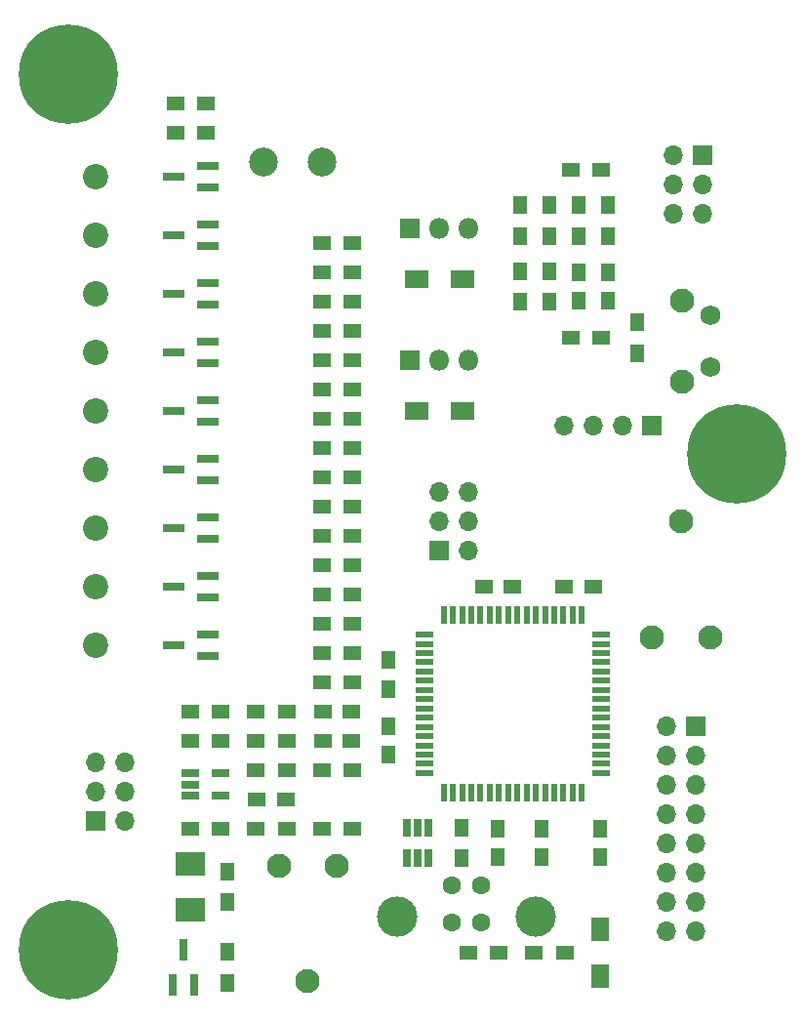
<source format=gbs>
G04 #@! TF.FileFunction,Soldermask,Bot*
%FSLAX46Y46*%
G04 Gerber Fmt 4.6, Leading zero omitted, Abs format (unit mm)*
G04 Created by KiCad (PCBNEW 4.0.7) date Tue Jan 30 12:06:56 2018*
%MOMM*%
%LPD*%
G01*
G04 APERTURE LIST*
%ADD10C,0.100000*%
%ADD11R,1.700000X1.700000*%
%ADD12O,1.700000X1.700000*%
%ADD13R,0.650000X1.560000*%
%ADD14R,1.500000X0.550000*%
%ADD15R,0.550000X1.500000*%
%ADD16R,1.250000X1.500000*%
%ADD17R,1.500000X1.250000*%
%ADD18R,1.600000X2.000000*%
%ADD19R,2.000000X1.600000*%
%ADD20R,1.900000X0.800000*%
%ADD21R,0.800000X1.900000*%
%ADD22R,1.300000X1.500000*%
%ADD23R,1.500000X1.300000*%
%ADD24R,2.500000X2.000000*%
%ADD25C,2.100000*%
%ADD26C,1.750000*%
%ADD27R,1.560000X0.650000*%
%ADD28R,1.800000X1.800000*%
%ADD29O,1.800000X1.800000*%
%ADD30C,8.600000*%
%ADD31C,2.500000*%
%ADD32C,2.200000*%
%ADD33C,3.500000*%
%ADD34C,1.600000*%
G04 APERTURE END LIST*
D10*
D11*
X152400000Y-82550000D03*
D12*
X149860000Y-82550000D03*
X152400000Y-85090000D03*
X149860000Y-85090000D03*
X152400000Y-87630000D03*
X149860000Y-87630000D03*
X152400000Y-90170000D03*
X149860000Y-90170000D03*
X152400000Y-92710000D03*
X149860000Y-92710000D03*
X152400000Y-95250000D03*
X149860000Y-95250000D03*
X152400000Y-97790000D03*
X149860000Y-97790000D03*
X152400000Y-100330000D03*
X149860000Y-100330000D03*
D13*
X129220000Y-94060000D03*
X128270000Y-94060000D03*
X127320000Y-94060000D03*
X127320000Y-91360000D03*
X129220000Y-91360000D03*
X128270000Y-91360000D03*
D14*
X144225000Y-74645000D03*
X144225000Y-75445000D03*
X144225000Y-76245000D03*
X144225000Y-77045000D03*
X144225000Y-77845000D03*
X144225000Y-78645000D03*
X144225000Y-79445000D03*
X144225000Y-80245000D03*
X144225000Y-81045000D03*
X144225000Y-81845000D03*
X144225000Y-82645000D03*
X144225000Y-83445000D03*
X144225000Y-84245000D03*
X144225000Y-85045000D03*
X144225000Y-85845000D03*
X144225000Y-86645000D03*
D15*
X142525000Y-88345000D03*
X141725000Y-88345000D03*
X140925000Y-88345000D03*
X140125000Y-88345000D03*
X139325000Y-88345000D03*
X138525000Y-88345000D03*
X137725000Y-88345000D03*
X136925000Y-88345000D03*
X136125000Y-88345000D03*
X135325000Y-88345000D03*
X134525000Y-88345000D03*
X133725000Y-88345000D03*
X132925000Y-88345000D03*
X132125000Y-88345000D03*
X131325000Y-88345000D03*
X130525000Y-88345000D03*
D14*
X128825000Y-86645000D03*
X128825000Y-85845000D03*
X128825000Y-85045000D03*
X128825000Y-84245000D03*
X128825000Y-83445000D03*
X128825000Y-82645000D03*
X128825000Y-81845000D03*
X128825000Y-81045000D03*
X128825000Y-80245000D03*
X128825000Y-79445000D03*
X128825000Y-78645000D03*
X128825000Y-77845000D03*
X128825000Y-77045000D03*
X128825000Y-76245000D03*
X128825000Y-75445000D03*
X128825000Y-74645000D03*
D15*
X130525000Y-72945000D03*
X131325000Y-72945000D03*
X132125000Y-72945000D03*
X132925000Y-72945000D03*
X133725000Y-72945000D03*
X134525000Y-72945000D03*
X135325000Y-72945000D03*
X136125000Y-72945000D03*
X136925000Y-72945000D03*
X137725000Y-72945000D03*
X138525000Y-72945000D03*
X139325000Y-72945000D03*
X140125000Y-72945000D03*
X140925000Y-72945000D03*
X141725000Y-72945000D03*
X142525000Y-72945000D03*
D16*
X144145000Y-91460000D03*
X144145000Y-93960000D03*
X139065000Y-91460000D03*
X139065000Y-93960000D03*
X125730000Y-85070000D03*
X125730000Y-82570000D03*
X125730000Y-76855000D03*
X125730000Y-79355000D03*
D17*
X134005000Y-70485000D03*
X136505000Y-70485000D03*
X140990000Y-70485000D03*
X143490000Y-70485000D03*
X114320000Y-88900000D03*
X116820000Y-88900000D03*
D16*
X135255000Y-91460000D03*
X135255000Y-93960000D03*
D18*
X144145000Y-104235000D03*
X144145000Y-100235000D03*
D19*
X128175000Y-55245000D03*
X132175000Y-55245000D03*
X128175000Y-43815000D03*
X132175000Y-43815000D03*
D17*
X120035000Y-81280000D03*
X122535000Y-81280000D03*
X120035000Y-83820000D03*
X122535000Y-83820000D03*
D16*
X144780000Y-43200000D03*
X144780000Y-45700000D03*
X142240000Y-43200000D03*
X142240000Y-45700000D03*
D11*
X100330000Y-90805000D03*
D12*
X102870000Y-90805000D03*
X100330000Y-88265000D03*
X102870000Y-88265000D03*
X100330000Y-85725000D03*
X102870000Y-85725000D03*
D11*
X153035000Y-33020000D03*
D12*
X150495000Y-33020000D03*
X153035000Y-35560000D03*
X150495000Y-35560000D03*
X153035000Y-38100000D03*
X150495000Y-38100000D03*
D11*
X130175000Y-67310000D03*
D12*
X132715000Y-67310000D03*
X130175000Y-64770000D03*
X132715000Y-64770000D03*
X130175000Y-62230000D03*
X132715000Y-62230000D03*
D11*
X148590000Y-56515000D03*
D12*
X146050000Y-56515000D03*
X143510000Y-56515000D03*
X140970000Y-56515000D03*
D20*
X110085000Y-74615000D03*
X110085000Y-76515000D03*
X107085000Y-75565000D03*
X110085000Y-69535000D03*
X110085000Y-71435000D03*
X107085000Y-70485000D03*
X110085000Y-64455000D03*
X110085000Y-66355000D03*
X107085000Y-65405000D03*
X110085000Y-59375000D03*
X110085000Y-61275000D03*
X107085000Y-60325000D03*
X110085000Y-54295000D03*
X110085000Y-56195000D03*
X107085000Y-55245000D03*
X110085000Y-49215000D03*
X110085000Y-51115000D03*
X107085000Y-50165000D03*
X110085000Y-44135000D03*
X110085000Y-46035000D03*
X107085000Y-45085000D03*
X110085000Y-39055000D03*
X110085000Y-40955000D03*
X107085000Y-40005000D03*
X110085000Y-33975000D03*
X110085000Y-35875000D03*
X107085000Y-34925000D03*
D21*
X108900000Y-105005000D03*
X107000000Y-105005000D03*
X107950000Y-102005000D03*
D22*
X132080000Y-94060000D03*
X132080000Y-91360000D03*
D23*
X132635000Y-102235000D03*
X135335000Y-102235000D03*
X141050000Y-102235000D03*
X138350000Y-102235000D03*
D22*
X147320000Y-47545000D03*
X147320000Y-50245000D03*
D23*
X114220000Y-91440000D03*
X116920000Y-91440000D03*
X108505000Y-91440000D03*
X111205000Y-91440000D03*
X122635000Y-91440000D03*
X119935000Y-91440000D03*
X122635000Y-78740000D03*
X119935000Y-78740000D03*
X122635000Y-73660000D03*
X119935000Y-73660000D03*
X122635000Y-68580000D03*
X119935000Y-68580000D03*
X122635000Y-63500000D03*
X119935000Y-63500000D03*
X122635000Y-58420000D03*
X119935000Y-58420000D03*
X122635000Y-53340000D03*
X119935000Y-53340000D03*
X122635000Y-48260000D03*
X119935000Y-48260000D03*
X122635000Y-43180000D03*
X119935000Y-43180000D03*
X109935000Y-28575000D03*
X107235000Y-28575000D03*
D22*
X111760000Y-97870000D03*
X111760000Y-95170000D03*
D23*
X119935000Y-76200000D03*
X122635000Y-76200000D03*
X119935000Y-71120000D03*
X122635000Y-71120000D03*
X119935000Y-66040000D03*
X122635000Y-66040000D03*
X119935000Y-60960000D03*
X122635000Y-60960000D03*
X119935000Y-55880000D03*
X122635000Y-55880000D03*
X119935000Y-50800000D03*
X122635000Y-50800000D03*
X119935000Y-45720000D03*
X122635000Y-45720000D03*
X119935000Y-40640000D03*
X122635000Y-40640000D03*
X107235000Y-31115000D03*
X109935000Y-31115000D03*
D22*
X111760000Y-102155000D03*
X111760000Y-104855000D03*
D23*
X116920000Y-86360000D03*
X114220000Y-86360000D03*
X119935000Y-86360000D03*
X122635000Y-86360000D03*
D24*
X108585000Y-98520000D03*
X108585000Y-94520000D03*
D23*
X108505000Y-81280000D03*
X111205000Y-81280000D03*
X108505000Y-83820000D03*
X111205000Y-83820000D03*
X116920000Y-81280000D03*
X114220000Y-81280000D03*
X116920000Y-83820000D03*
X114220000Y-83820000D03*
X144225000Y-34290000D03*
X141525000Y-34290000D03*
D22*
X142240000Y-40085000D03*
X142240000Y-37385000D03*
X144780000Y-40085000D03*
X144780000Y-37385000D03*
X139700000Y-40085000D03*
X139700000Y-37385000D03*
X137160000Y-40085000D03*
X137160000Y-37385000D03*
X139700000Y-45800000D03*
X139700000Y-43100000D03*
X137160000Y-45800000D03*
X137160000Y-43100000D03*
D23*
X141525000Y-48895000D03*
X144225000Y-48895000D03*
D25*
X151180000Y-45675000D03*
D26*
X153670000Y-46935000D03*
X153670000Y-51435000D03*
D25*
X151180000Y-52685000D03*
D27*
X108505000Y-88580000D03*
X108505000Y-87630000D03*
X108505000Y-86680000D03*
X111205000Y-86680000D03*
X111205000Y-88580000D03*
D28*
X127635000Y-50800000D03*
D29*
X130175000Y-50800000D03*
X132715000Y-50800000D03*
D28*
X127635000Y-39370000D03*
D29*
X130175000Y-39370000D03*
X132715000Y-39370000D03*
D30*
X98000000Y-26000000D03*
X156000000Y-59000000D03*
X98000000Y-102000000D03*
D31*
X120015000Y-33655000D03*
X114935000Y-33655000D03*
D32*
X100330000Y-34925000D03*
X100330000Y-40005000D03*
X100330000Y-45085000D03*
X100330000Y-50165000D03*
X100330000Y-55245000D03*
X100330000Y-60325000D03*
X100330000Y-65405000D03*
X100330000Y-70485000D03*
X100330000Y-75565000D03*
D25*
X153630000Y-74850000D03*
X151130000Y-64850000D03*
X148630000Y-74850000D03*
X116245000Y-94695000D03*
X118745000Y-104695000D03*
X121245000Y-94695000D03*
D33*
X138520000Y-99100000D03*
D34*
X133750000Y-99600000D03*
X131250000Y-99600000D03*
X131250000Y-96400000D03*
X133750000Y-96400000D03*
D33*
X126480000Y-99100000D03*
M02*

</source>
